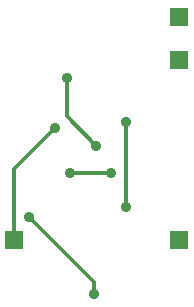
<source format=gbl>
G04 #@! TF.FileFunction,Copper,L2,Bot,Mixed*
%FSLAX46Y46*%
G04 Gerber Fmt 4.6, Leading zero omitted, Abs format (unit mm)*
G04 Created by KiCad (PCBNEW (2015-10-08 BZR 6256, Git 7d5cb75)-product) date Fri 09 Oct 2015 09:43:04 PM CEST*
%MOMM*%
G01*
G04 APERTURE LIST*
%ADD10C,0.100000*%
%ADD11R,1.650000X1.650000*%
%ADD12C,0.889000*%
%ADD13C,0.304800*%
G04 APERTURE END LIST*
D10*
D11*
X191770000Y-25600000D03*
X191770000Y-29210000D03*
X177800000Y-44450000D03*
X191770000Y-44450000D03*
D12*
X182250000Y-30750000D03*
X184750000Y-36500000D03*
X187250000Y-41678310D03*
X187250000Y-34500000D03*
X186000000Y-38750000D03*
X182500000Y-38750000D03*
X181250000Y-35000000D03*
X184509699Y-49070442D03*
X179000000Y-42500000D03*
D13*
X184750000Y-36500000D02*
X182250000Y-34000000D01*
X182250000Y-34000000D02*
X182250000Y-30750000D01*
X187250000Y-34500000D02*
X187250000Y-41678310D01*
X182500000Y-38750000D02*
X186000000Y-38750000D01*
X181250000Y-35000000D02*
X177800000Y-38450000D01*
X177800000Y-38450000D02*
X177800000Y-44450000D01*
X179000000Y-42500000D02*
X184509699Y-48009699D01*
X184509699Y-48009699D02*
X184509699Y-49070442D01*
M02*

</source>
